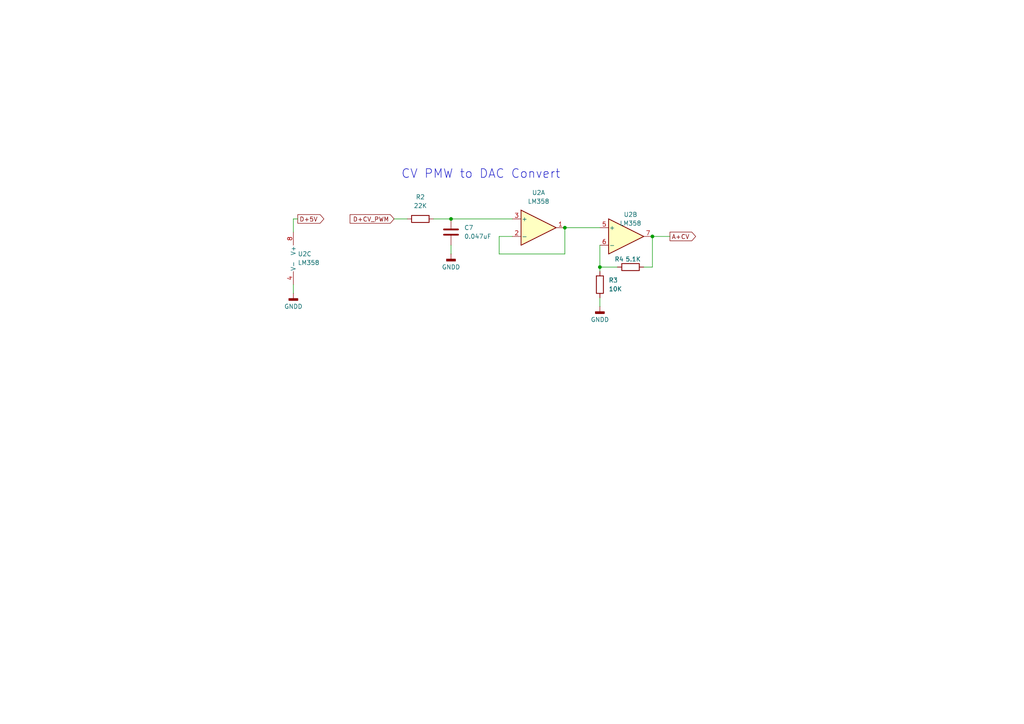
<source format=kicad_sch>
(kicad_sch (version 20231120) (generator "eeschema") (generator_version "8.0")
  (paper "A4")
  (lib_symbols
    (symbol "Amplifier_Operational:LM358" (pin_names (offset 0.127))
      (property "Reference" "U" (at 0 5.08 0))
      (property "Value" "LM358" (at 0 -5.08 0))
      (symbol "LM358_1_1"
        (polyline (pts (xy -5.08 5.08) (xy 5.08 0) (xy -5.08 -5.08) (xy -5.08 5.08)) (stroke (width 0.254)) (fill (type background)))
        (pin output line (at 7.62 0 180) (length 2.54) (name "~") (number "1"))
        (pin input line (at -7.62 -2.54 0) (length 2.54) (name "-") (number "2"))
        (pin input line (at -7.62 2.54 0) (length 2.54) (name "+") (number "3"))
      )
      (symbol "LM358_2_1"
        (polyline (pts (xy -5.08 5.08) (xy 5.08 0) (xy -5.08 -5.08) (xy -5.08 5.08)) (stroke (width 0.254)) (fill (type background)))
        (pin input line (at -7.62 2.54 0) (length 2.54) (name "+") (number "5"))
        (pin input line (at -7.62 -2.54 0) (length 2.54) (name "-") (number "6"))
        (pin output line (at 7.62 0 180) (length 2.54) (name "~") (number "7"))
      )
      (symbol "LM358_3_1"
        (pin power_in line (at -2.54 -7.62 90) (length 3.81) (name "V-") (number "4"))
        (pin power_in line (at -2.54 7.62 270) (length 3.81) (name "V+") (number "8"))
      )
    )
    (symbol "Device:C" (pin_numbers hide) (pin_names (offset 0.254))
      (property "Reference" "C" (at 0.635 2.54 0))
      (property "Value" "C" (at 0.635 -2.54 0))
      (symbol "C_0_1"
        (polyline (pts (xy -2.032 -0.762) (xy 2.032 -0.762)) (stroke (width 0.508)))
        (polyline (pts (xy -2.032 0.762) (xy 2.032 0.762)) (stroke (width 0.508)))
      )
      (symbol "C_1_1"
        (pin passive line (at 0 3.81 270) (length 2.794) (name "~") (number "1"))
        (pin passive line (at 0 -3.81 90) (length 2.794) (name "~") (number "2"))
      )
    )
    (symbol "Device:R" (pin_numbers hide) (pin_names (offset 0))
      (property "Reference" "R" (at 2.032 0 90))
      (property "Value" "R" (at 0 0 90))
      (symbol "R_0_1"
        (rectangle (start -1.016 -2.54) (end 1.016 2.54) (stroke (width 0.254)))
      )
      (symbol "R_1_1"
        (pin passive line (at 0 3.81 270) (length 1.27) (name "~") (number "1"))
        (pin passive line (at 0 -3.81 90) (length 1.27) (name "~") (number "2"))
      )
    )
    (symbol "power:GNDD" (power) (pin_numbers hide) (pin_names (offset 0) hide)
      (property "Value" "GNDD" (at 0 -3.175 0))
      (symbol "GNDD_0_1"
        (rectangle (start -1.27 -1.524) (end 1.27 -2.032) (stroke (width 0.254)) (fill (type outline)))
        (polyline (pts (xy 0 0) (xy 0 -1.524)))
      )
      (symbol "GNDD_1_1"
        (pin power_in line (at 0 0 270) (length 0) (name "~") (number "1"))
      )
    )
  )
  (junction (at 189.23 68.58))
  (junction (at 173.99 77.47))
  (junction (at 130.81 63.5))
  (junction (at 163.83 66.04))
  (wire (pts (xy 189.23 77.47) (xy 186.69 77.47)))
  (wire (pts (xy 130.81 71.12) (xy 130.81 73.66)))
  (wire (pts (xy 85.09 63.5) (xy 85.09 67.31)))
  (wire (pts (xy 163.83 73.66) (xy 163.83 66.04)))
  (wire (pts (xy 148.59 68.58) (xy 144.78 68.58)))
  (wire (pts (xy 163.83 66.04) (xy 173.99 66.04)))
  (wire (pts (xy 189.23 68.58) (xy 189.23 77.47)))
  (wire (pts (xy 189.23 68.58) (xy 194.31 68.58)))
  (wire (pts (xy 86.36 63.5) (xy 85.09 63.5)))
  (wire (pts (xy 114.3 63.5) (xy 118.11 63.5)))
  (wire (pts (xy 125.73 63.5) (xy 130.81 63.5)))
  (wire (pts (xy 173.99 86.36) (xy 173.99 88.9)))
  (wire (pts (xy 173.99 77.47) (xy 173.99 71.12)))
  (wire (pts (xy 144.78 68.58) (xy 144.78 73.66)))
  (wire (pts (xy 179.07 77.47) (xy 173.99 77.47)))
  (wire (pts (xy 144.78 73.66) (xy 163.83 73.66)))
  (wire (pts (xy 130.81 63.5) (xy 148.59 63.5)))
  (wire (pts (xy 85.09 82.55) (xy 85.09 85.09)))
  (wire (pts (xy 173.99 77.47) (xy 173.99 78.74)))
  (text "CV PMW to DAC Convert" (at 116.332 50.546 0) (effects (font (size 2.54 2.54)) (justify left)))
  (global_label "A+CV" (shape output) (at 194.31 68.58 0) (property "Intersheetrefs" "${INTERSHEET_REFS}" (effects (hide yes))))
  (global_label "D+CV_PWM" (shape input) (at 114.3 63.5 180) (property "Intersheetrefs" "${INTERSHEET_REFS}" (effects (hide yes))))
  (global_label "D+5V" (shape output) (at 86.36 63.5 0) (property "Intersheetrefs" "${INTERSHEET_REFS}" (effects (hide yes))))
  (symbol (lib_id "Amplifier_Operational:LM358") (at 87.63 74.93 0) (unit 3)
    (property "Reference" "U2" (at 86.36 73.6599 0) (effects (justify left)))
    (property "Value" "LM358" (at 86.36 76.1999 0) (effects (justify left)))
    (property "Footprint" "Package_DIP:DIP-8_W7.62mm" (effects (hide yes)))
    (property "Datasheet" "http://www.ti.com/lit/ds/symlink/lm2904-n.pdf" (effects (hide yes)))
    (property "Description" "Low-Power, Dual Operational Amplifiers, DIP-8/SOIC-8/TO-99-8" (effects (hide yes)))
  )
  (symbol (lib_id "Device:R") (at 182.88 77.47 90) (unit 1)
    (property "Reference" "R4" (at 179.578 75.184 90))
    (property "Value" "5.1K" (at 183.642 75.184 90))
    (property "Footprint" "Resistor_THT:R_Axial_DIN0207_L6.3mm_D2.5mm_P7.62mm_Horizontal" (effects (hide yes)))
    (property "Description" "Resistor" (effects (hide yes)))
  )
  (symbol (lib_id "Amplifier_Operational:LM358") (at 181.61 68.58 0) (unit 2)
    (property "Reference" "U2" (at 182.88 62.23 0))
    (property "Value" "LM358" (at 182.88 64.77 0))
    (property "Footprint" "Package_DIP:DIP-8_W7.62mm" (effects (hide yes)))
    (property "Datasheet" "http://www.ti.com/lit/ds/symlink/lm2904-n.pdf" (effects (hide yes)))
    (property "Description" "Low-Power, Dual Operational Amplifiers, DIP-8/SOIC-8/TO-99-8" (effects (hide yes)))
  )
  (symbol (lib_id "power:GNDD") (at 85.09 85.09 0) (unit 1)
    (property "Reference" "#PWR06" (effects (hide yes)))
    (property "Value" "GNDD" (at 85.09 88.9 0))
    (property "Description" "Power symbol creates a global label with name \"GNDD\" , digital ground" (effects (hide yes)))
  )
  (symbol (lib_id "Amplifier_Operational:LM358") (at 156.21 66.04 0) (unit 1)
    (property "Reference" "U2" (at 156.21 55.88 0))
    (property "Value" "LM358" (at 156.21 58.42 0))
    (property "Footprint" "Package_DIP:DIP-8_W7.62mm" (effects (hide yes)))
    (property "Datasheet" "http://www.ti.com/lit/ds/symlink/lm2904-n.pdf" (effects (hide yes)))
    (property "Description" "Low-Power, Dual Operational Amplifiers, DIP-8/SOIC-8/TO-99-8" (effects (hide yes)))
  )
  (symbol (lib_id "Device:R") (at 173.99 82.55 0) (unit 1)
    (property "Reference" "R3" (at 176.53 81.2799 0) (effects (justify left)))
    (property "Value" "10K" (at 176.53 83.8199 0) (effects (justify left)))
    (property "Footprint" "Resistor_THT:R_Axial_DIN0207_L6.3mm_D2.5mm_P7.62mm_Horizontal" (effects (hide yes)))
    (property "Description" "Resistor" (effects (hide yes)))
  )
  (symbol (lib_id "power:GNDD") (at 173.99 88.9 0) (unit 1)
    (property "Reference" "#PWR08" (effects (hide yes)))
    (property "Value" "GNDD" (at 173.99 92.71 0))
    (property "Description" "Power symbol creates a global label with name \"GNDD\" , digital ground" (effects (hide yes)))
  )
  (symbol (lib_id "Device:C") (at 130.81 67.31 0) (unit 1)
    (property "Reference" "C7" (at 134.62 66.0399 0) (effects (justify left)))
    (property "Value" "0.047uF" (at 134.62 68.5799 0) (effects (justify left)))
    (property "Footprint" "Capacitor_THT:C_Rect_L7.0mm_W2.5mm_P5.00mm" (effects (hide yes)))
    (property "Description" "Unpolarized capacitor" (effects (hide yes)))
  )
  (symbol (lib_id "Device:R") (at 121.92 63.5 90) (unit 1)
    (property "Reference" "R2" (at 121.92 57.15 90))
    (property "Value" "22K" (at 121.92 59.69 90))
    (property "Footprint" "Resistor_THT:R_Axial_DIN0207_L6.3mm_D2.5mm_P7.62mm_Horizontal" (effects (hide yes)))
    (property "Description" "Resistor" (effects (hide yes)))
  )
  (symbol (lib_id "power:GNDD") (at 130.81 73.66 0) (unit 1)
    (property "Reference" "#PWR07" (effects (hide yes)))
    (property "Value" "GNDD" (at 130.81 77.47 0))
    (property "Description" "Power symbol creates a global label with name \"GNDD\" , digital ground" (effects (hide yes)))
  )
)
</source>
